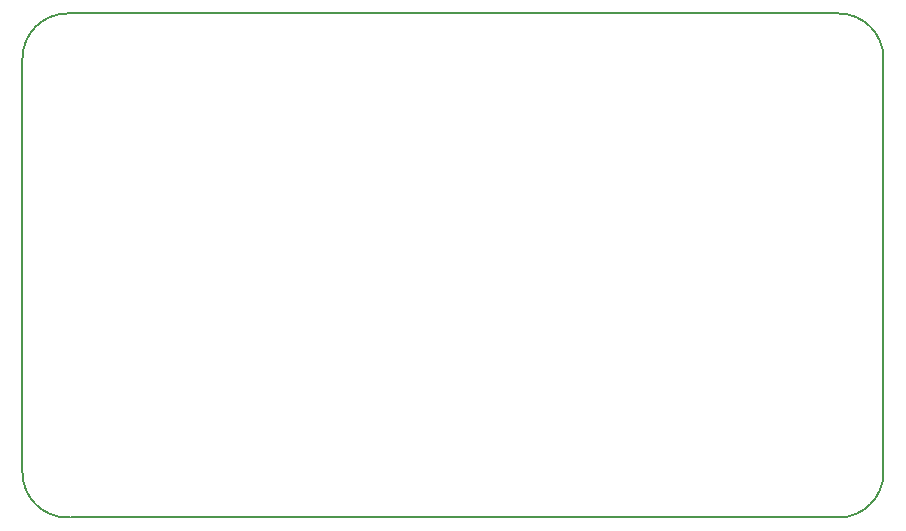
<source format=gm1>
G04 #@! TF.FileFunction,Profile,NP*
%FSLAX46Y46*%
G04 Gerber Fmt 4.6, Leading zero omitted, Abs format (unit mm)*
G04 Created by KiCad (PCBNEW 4.0.7+dfsg1-1~bpo9+1) date Thu Mar 15 23:06:16 2018*
%MOMM*%
%LPD*%
G01*
G04 APERTURE LIST*
%ADD10C,0.100000*%
%ADD11C,0.150000*%
G04 APERTURE END LIST*
D10*
D11*
X158750000Y-35560000D02*
X102870000Y-35560000D01*
X99060000Y-74422000D02*
X99060000Y-39370000D01*
X103169720Y-78232000D02*
X168153080Y-78232000D01*
X171958000Y-74422000D02*
X171958000Y-39370000D01*
X103124000Y-78232000D02*
X102870000Y-78232000D01*
X168148000Y-35560000D02*
X158750000Y-35560000D01*
X99060000Y-74422000D02*
G75*
G03X102870000Y-78232000I3810000J0D01*
G01*
X168148000Y-78232000D02*
G75*
G03X171958000Y-74422000I0J3810000D01*
G01*
X171958000Y-39370000D02*
G75*
G03X168148000Y-35560000I-3810000J0D01*
G01*
X102870000Y-35560000D02*
G75*
G03X99060000Y-39370000I0J-3810000D01*
G01*
M02*

</source>
